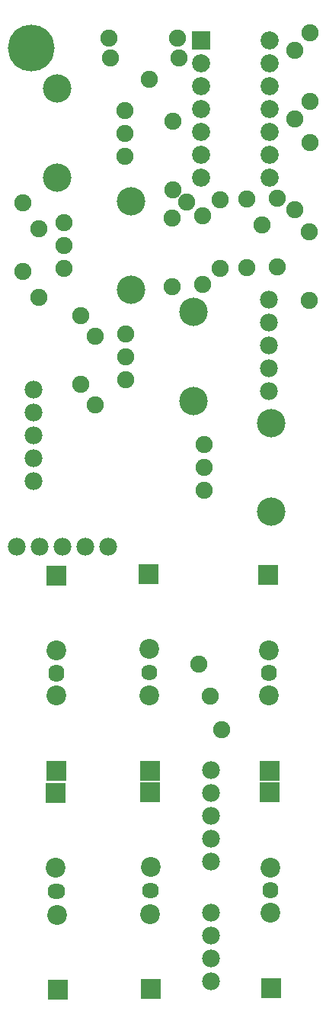
<source format=gtl>
G04 MADE WITH FRITZING*
G04 WWW.FRITZING.ORG*
G04 DOUBLE SIDED*
G04 HOLES PLATED*
G04 CONTOUR ON CENTER OF CONTOUR VECTOR*
%ASAXBY*%
%FSLAX23Y23*%
%MOIN*%
%OFA0B0*%
%SFA1.0B1.0*%
%ADD10C,0.078000*%
%ADD11C,0.086614*%
%ADD12C,0.086555*%
%ADD13C,0.070232*%
%ADD14C,0.074667*%
%ADD15C,0.074695*%
%ADD16C,0.124033*%
%ADD17C,0.079370*%
%ADD18C,0.075000*%
%ADD19C,0.204725*%
%ADD20R,0.086614X0.086614*%
%ADD21R,0.079370X0.079370*%
%LNCOPPER1*%
G90*
G70*
G54D10*
X144Y2819D03*
X144Y2719D03*
X144Y2619D03*
X144Y2519D03*
X144Y2419D03*
G54D11*
X648Y2012D03*
G54D12*
X651Y1684D03*
G54D13*
X651Y1582D03*
G54D11*
X244Y2005D03*
G54D12*
X246Y1678D03*
G54D13*
X246Y1575D03*
G54D14*
X550Y3062D03*
X550Y2962D03*
G54D15*
X550Y2862D03*
G54D16*
X846Y3156D03*
X846Y2767D03*
G54D14*
X891Y2577D03*
X891Y2477D03*
G54D15*
X891Y2377D03*
G54D16*
X1187Y2671D03*
X1187Y2283D03*
G54D14*
X278Y3547D03*
X278Y3447D03*
G54D15*
X278Y3347D03*
G54D16*
X573Y3641D03*
X573Y3253D03*
G54D14*
X545Y3839D03*
X545Y3939D03*
G54D15*
X545Y4039D03*
G54D16*
X249Y3745D03*
X249Y4133D03*
G54D11*
X241Y1054D03*
G54D12*
X243Y726D03*
G54D13*
X243Y624D03*
G54D10*
X922Y230D03*
X922Y330D03*
X922Y430D03*
X922Y530D03*
X72Y2130D03*
X172Y2130D03*
X272Y2130D03*
X372Y2130D03*
X472Y2130D03*
G54D11*
X654Y1152D03*
G54D12*
X651Y1480D03*
G54D13*
X651Y1582D03*
G54D11*
X1173Y2006D03*
G54D12*
X1176Y1678D03*
G54D13*
X1176Y1576D03*
G54D11*
X1180Y1152D03*
G54D12*
X1177Y1480D03*
G54D13*
X1177Y1582D03*
G54D11*
X1180Y1057D03*
G54D12*
X1182Y729D03*
G54D13*
X1182Y627D03*
G54D11*
X1185Y202D03*
G54D12*
X1182Y530D03*
G54D13*
X1182Y632D03*
G54D11*
X656Y1057D03*
G54D12*
X658Y730D03*
G54D13*
X658Y627D03*
G54D11*
X247Y1152D03*
G54D12*
X244Y1480D03*
G54D13*
X244Y1582D03*
G54D11*
X252Y194D03*
G54D12*
X250Y522D03*
G54D13*
X250Y624D03*
G54D17*
X880Y4344D03*
X1180Y4344D03*
X880Y4244D03*
X1180Y4244D03*
X880Y4144D03*
X1180Y4144D03*
X880Y4044D03*
X1180Y4044D03*
X880Y3944D03*
X1180Y3944D03*
X880Y3844D03*
X1180Y3844D03*
X880Y3744D03*
X1180Y3744D03*
G54D18*
X416Y3051D03*
X416Y2751D03*
X1288Y4000D03*
X1288Y4300D03*
X353Y3142D03*
X353Y2842D03*
X168Y3522D03*
X168Y3222D03*
X98Y3633D03*
X98Y3333D03*
X1353Y3508D03*
X1353Y3208D03*
X962Y3647D03*
X962Y3347D03*
X751Y3568D03*
X751Y3268D03*
X1354Y4378D03*
X1354Y4078D03*
X1213Y3354D03*
X1213Y3654D03*
X756Y3992D03*
X756Y3692D03*
X483Y4266D03*
X783Y4266D03*
X1355Y3896D03*
X1290Y3603D03*
X1080Y3652D03*
X1080Y3352D03*
X475Y4355D03*
X775Y4355D03*
X886Y3276D03*
X886Y3576D03*
G54D19*
X137Y4312D03*
G54D10*
X922Y755D03*
X922Y855D03*
X922Y955D03*
X922Y1055D03*
X922Y1155D03*
G54D11*
X658Y196D03*
G54D12*
X655Y524D03*
G54D13*
X655Y626D03*
G54D10*
X1175Y3212D03*
X1175Y3112D03*
X1175Y3012D03*
X1175Y2912D03*
X1175Y2812D03*
G54D18*
X652Y4174D03*
X869Y1619D03*
X1147Y3538D03*
X969Y1330D03*
X816Y3638D03*
X920Y1477D03*
G54D20*
X648Y2012D03*
X244Y2005D03*
X241Y1054D03*
X654Y1152D03*
X1173Y2006D03*
X1180Y1152D03*
X1180Y1057D03*
X1185Y202D03*
X656Y1057D03*
X247Y1152D03*
X252Y194D03*
G54D21*
X880Y4344D03*
G54D20*
X658Y196D03*
G04 End of Copper1*
M02*
</source>
